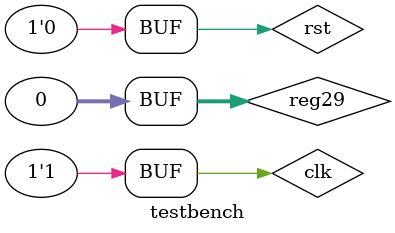
<source format=v>
module testbench();
    reg clk;
    reg rst;

    reg [31:0] reg29;
    wire [31:0] reg30;

    cpu cpu(.clk(clk), .rst(rst), .reg29(reg29), .reg30(reg30));

    always begin
        clk = 0; #5 clk = 1; #5;
    end

    initial begin
        reg29 <= 0;
        rst = 0; #5 rst = 1; #5 rst = 0;
    end
endmodule

</source>
